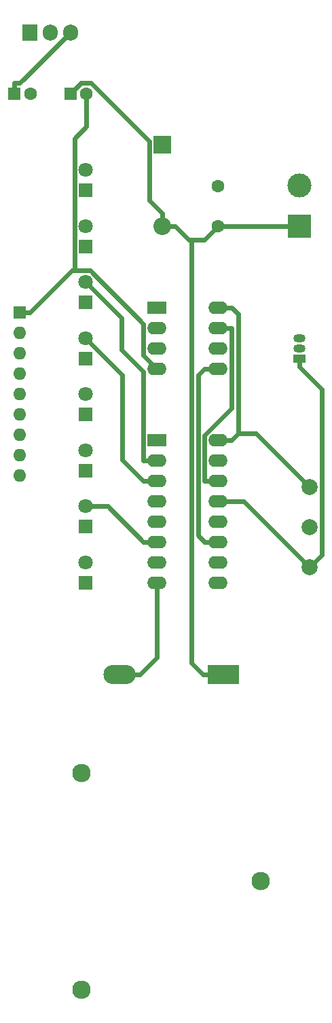
<source format=gbr>
%TF.GenerationSoftware,KiCad,Pcbnew,(5.1.10)-1*%
%TF.CreationDate,2022-06-09T20:54:53-04:00*%
%TF.ProjectId,ATtiny85 Motor Circuit,41547469-6e79-4383-9520-4d6f746f7220,rev?*%
%TF.SameCoordinates,Original*%
%TF.FileFunction,Copper,L1,Top*%
%TF.FilePolarity,Positive*%
%FSLAX46Y46*%
G04 Gerber Fmt 4.6, Leading zero omitted, Abs format (unit mm)*
G04 Created by KiCad (PCBNEW (5.1.10)-1) date 2022-06-09 20:54:53*
%MOMM*%
%LPD*%
G01*
G04 APERTURE LIST*
%TA.AperFunction,WasherPad*%
%ADD10C,2.300000*%
%TD*%
%TA.AperFunction,ComponentPad*%
%ADD11O,4.020000X2.410000*%
%TD*%
%TA.AperFunction,ComponentPad*%
%ADD12R,4.020000X2.410000*%
%TD*%
%TA.AperFunction,ComponentPad*%
%ADD13O,1.905000X2.000000*%
%TD*%
%TA.AperFunction,ComponentPad*%
%ADD14R,1.905000X2.000000*%
%TD*%
%TA.AperFunction,ComponentPad*%
%ADD15O,2.200000X2.200000*%
%TD*%
%TA.AperFunction,ComponentPad*%
%ADD16R,2.200000X2.200000*%
%TD*%
%TA.AperFunction,ComponentPad*%
%ADD17C,3.000000*%
%TD*%
%TA.AperFunction,ComponentPad*%
%ADD18R,3.000000X3.000000*%
%TD*%
%TA.AperFunction,ComponentPad*%
%ADD19C,1.600000*%
%TD*%
%TA.AperFunction,ComponentPad*%
%ADD20R,1.600000X1.600000*%
%TD*%
%TA.AperFunction,ComponentPad*%
%ADD21C,2.000000*%
%TD*%
%TA.AperFunction,ComponentPad*%
%ADD22O,2.400000X1.600000*%
%TD*%
%TA.AperFunction,ComponentPad*%
%ADD23R,2.400000X1.600000*%
%TD*%
%TA.AperFunction,ComponentPad*%
%ADD24O,1.600000X1.600000*%
%TD*%
%TA.AperFunction,ComponentPad*%
%ADD25C,1.800000*%
%TD*%
%TA.AperFunction,ComponentPad*%
%ADD26R,1.800000X1.800000*%
%TD*%
%TA.AperFunction,ComponentPad*%
%ADD27O,1.500000X1.050000*%
%TD*%
%TA.AperFunction,ComponentPad*%
%ADD28R,1.500000X1.050000*%
%TD*%
%TA.AperFunction,Conductor*%
%ADD29C,0.600000*%
%TD*%
G04 APERTURE END LIST*
D10*
%TO.P,BT1,*%
%TO.N,*%
X120810000Y-164990000D03*
X120810000Y-138020000D03*
X143160000Y-151510000D03*
D11*
%TO.P,BT1,2*%
%TO.N,GND*%
X125550000Y-125730000D03*
D12*
%TO.P,BT1,1*%
%TO.N,Net-(BT1-Pad1)*%
X138430000Y-125730000D03*
%TD*%
D13*
%TO.P,U3,3*%
%TO.N,VCC*%
X119380000Y-45720000D03*
%TO.P,U3,2*%
%TO.N,GND*%
X116840000Y-45720000D03*
D14*
%TO.P,U3,1*%
%TO.N,Net-(BT1-Pad1)*%
X114300000Y-45720000D03*
%TD*%
D15*
%TO.P,D1,2*%
%TO.N,Net-(BT1-Pad1)*%
X130810000Y-69850000D03*
D16*
%TO.P,D1,1*%
%TO.N,Net-(C1-Pad2)*%
X130810000Y-59690000D03*
%TD*%
D17*
%TO.P,M1,2*%
%TO.N,Net-(C1-Pad2)*%
X147955000Y-64770000D03*
D18*
%TO.P,M1,1*%
%TO.N,Net-(BT1-Pad1)*%
X147955000Y-69850000D03*
%TD*%
D19*
%TO.P,C3,2*%
%TO.N,GND*%
X114395000Y-53340000D03*
D20*
%TO.P,C3,1*%
%TO.N,VCC*%
X112395000Y-53340000D03*
%TD*%
D19*
%TO.P,C2,2*%
%TO.N,GND*%
X121380000Y-53340000D03*
D20*
%TO.P,C2,1*%
%TO.N,Net-(BT1-Pad1)*%
X119380000Y-53340000D03*
%TD*%
D21*
%TO.P,RV1,3*%
%TO.N,VCC*%
X149225000Y-102395000D03*
%TO.P,RV1,2*%
%TO.N,Net-(RV1-Pad2)*%
X149225000Y-107395000D03*
%TO.P,RV1,1*%
%TO.N,GND*%
X149225000Y-112395000D03*
%TD*%
D22*
%TO.P,U1,8*%
%TO.N,VCC*%
X137795000Y-80010000D03*
%TO.P,U1,4*%
%TO.N,GND*%
X130175000Y-87630000D03*
%TO.P,U1,7*%
%TO.N,Net-(U1-Pad7)*%
X137795000Y-82550000D03*
%TO.P,U1,3*%
%TO.N,Net-(U1-Pad3)*%
X130175000Y-85090000D03*
%TO.P,U1,6*%
%TO.N,Net-(Q1-Pad2)*%
X137795000Y-85090000D03*
%TO.P,U1,2*%
%TO.N,Net-(RV1-Pad2)*%
X130175000Y-82550000D03*
%TO.P,U1,5*%
%TO.N,Net-(U1-Pad5)*%
X137795000Y-87630000D03*
D23*
%TO.P,U1,1*%
%TO.N,Net-(U1-Pad1)*%
X130175000Y-80010000D03*
%TD*%
D22*
%TO.P,U2,16*%
%TO.N,VCC*%
X137795000Y-96520000D03*
%TO.P,U2,8*%
%TO.N,GND*%
X130175000Y-114300000D03*
%TO.P,U2,15*%
%TO.N,Net-(D2-Pad2)*%
X137795000Y-99060000D03*
%TO.P,U2,7*%
%TO.N,Net-(D9-Pad2)*%
X130175000Y-111760000D03*
%TO.P,U2,14*%
%TO.N,Net-(U1-Pad7)*%
X137795000Y-101600000D03*
%TO.P,U2,6*%
%TO.N,Net-(D8-Pad2)*%
X130175000Y-109220000D03*
%TO.P,U2,13*%
%TO.N,GND*%
X137795000Y-104140000D03*
%TO.P,U2,5*%
%TO.N,Net-(D7-Pad2)*%
X130175000Y-106680000D03*
%TO.P,U2,12*%
%TO.N,Net-(U1-Pad3)*%
X137795000Y-106680000D03*
%TO.P,U2,4*%
%TO.N,Net-(D6-Pad2)*%
X130175000Y-104140000D03*
%TO.P,U2,11*%
%TO.N,Net-(U1-Pad5)*%
X137795000Y-109220000D03*
%TO.P,U2,3*%
%TO.N,Net-(D5-Pad2)*%
X130175000Y-101600000D03*
%TO.P,U2,10*%
%TO.N,VCC*%
X137795000Y-111760000D03*
%TO.P,U2,2*%
%TO.N,Net-(D4-Pad2)*%
X130175000Y-99060000D03*
%TO.P,U2,9*%
%TO.N,Net-(U2-Pad9)*%
X137795000Y-114300000D03*
D23*
%TO.P,U2,1*%
%TO.N,Net-(D3-Pad2)*%
X130175000Y-96520000D03*
%TD*%
D24*
%TO.P,RN1,9*%
%TO.N,Net-(D9-Pad1)*%
X113030000Y-100965000D03*
%TO.P,RN1,8*%
%TO.N,Net-(D8-Pad1)*%
X113030000Y-98425000D03*
%TO.P,RN1,7*%
%TO.N,Net-(D7-Pad1)*%
X113030000Y-95885000D03*
%TO.P,RN1,6*%
%TO.N,Net-(D6-Pad1)*%
X113030000Y-93345000D03*
%TO.P,RN1,5*%
%TO.N,Net-(D5-Pad1)*%
X113030000Y-90805000D03*
%TO.P,RN1,4*%
%TO.N,Net-(D4-Pad1)*%
X113030000Y-88265000D03*
%TO.P,RN1,3*%
%TO.N,Net-(D3-Pad1)*%
X113030000Y-85725000D03*
%TO.P,RN1,2*%
%TO.N,Net-(D2-Pad1)*%
X113030000Y-83185000D03*
D20*
%TO.P,RN1,1*%
%TO.N,GND*%
X113030000Y-80645000D03*
%TD*%
D25*
%TO.P,D9,2*%
%TO.N,Net-(D9-Pad2)*%
X121285000Y-111760000D03*
D26*
%TO.P,D9,1*%
%TO.N,Net-(D9-Pad1)*%
X121285000Y-114300000D03*
%TD*%
D25*
%TO.P,D8,2*%
%TO.N,Net-(D8-Pad2)*%
X121285000Y-104775000D03*
D26*
%TO.P,D8,1*%
%TO.N,Net-(D8-Pad1)*%
X121285000Y-107315000D03*
%TD*%
D25*
%TO.P,D7,2*%
%TO.N,Net-(D7-Pad2)*%
X121285000Y-97790000D03*
D26*
%TO.P,D7,1*%
%TO.N,Net-(D7-Pad1)*%
X121285000Y-100330000D03*
%TD*%
D25*
%TO.P,D6,2*%
%TO.N,Net-(D6-Pad2)*%
X121285000Y-90805000D03*
D26*
%TO.P,D6,1*%
%TO.N,Net-(D6-Pad1)*%
X121285000Y-93345000D03*
%TD*%
D25*
%TO.P,D5,2*%
%TO.N,Net-(D5-Pad2)*%
X121285000Y-83820000D03*
D26*
%TO.P,D5,1*%
%TO.N,Net-(D5-Pad1)*%
X121285000Y-86360000D03*
%TD*%
D25*
%TO.P,D4,2*%
%TO.N,Net-(D4-Pad2)*%
X121285000Y-76835000D03*
D26*
%TO.P,D4,1*%
%TO.N,Net-(D4-Pad1)*%
X121285000Y-79375000D03*
%TD*%
D25*
%TO.P,D3,2*%
%TO.N,Net-(D3-Pad2)*%
X121285000Y-69850000D03*
D26*
%TO.P,D3,1*%
%TO.N,Net-(D3-Pad1)*%
X121285000Y-72390000D03*
%TD*%
D25*
%TO.P,D2,2*%
%TO.N,Net-(D2-Pad2)*%
X121285000Y-62865000D03*
D26*
%TO.P,D2,1*%
%TO.N,Net-(D2-Pad1)*%
X121285000Y-65405000D03*
%TD*%
D19*
%TO.P,C1,2*%
%TO.N,Net-(C1-Pad2)*%
X137795000Y-64850000D03*
%TO.P,C1,1*%
%TO.N,Net-(BT1-Pad1)*%
X137795000Y-69850000D03*
%TD*%
D27*
%TO.P,Q1,2*%
%TO.N,Net-(Q1-Pad2)*%
X147955000Y-85090000D03*
%TO.P,Q1,3*%
%TO.N,Net-(C1-Pad2)*%
X147955000Y-83820000D03*
D28*
%TO.P,Q1,1*%
%TO.N,GND*%
X147955000Y-86360000D03*
%TD*%
D29*
%TO.N,GND*%
X147955000Y-86360000D02*
X147955000Y-87385300D01*
X147955000Y-87385300D02*
X150758500Y-90188800D01*
X150758500Y-90188800D02*
X150758500Y-110861500D01*
X150758500Y-110861500D02*
X149225000Y-112395000D01*
X119884600Y-75396900D02*
X119884600Y-58922200D01*
X119884600Y-58922200D02*
X121380000Y-57426800D01*
X121380000Y-57426800D02*
X121380000Y-53340000D01*
X119884600Y-75396900D02*
X119578400Y-75396900D01*
X119578400Y-75396900D02*
X114330300Y-80645000D01*
X130175000Y-87630000D02*
X128474600Y-85929600D01*
X128474600Y-85929600D02*
X128474600Y-82033600D01*
X128474600Y-82033600D02*
X121837900Y-75396900D01*
X121837900Y-75396900D02*
X119884600Y-75396900D01*
X113030000Y-80645000D02*
X114330300Y-80645000D01*
X128060300Y-125730000D02*
X130175000Y-123615300D01*
X130175000Y-123615300D02*
X130175000Y-114300000D01*
X149225000Y-112395000D02*
X140970000Y-104140000D01*
X140970000Y-104140000D02*
X137795000Y-104140000D01*
X125550000Y-125730000D02*
X128060300Y-125730000D01*
%TO.N,Net-(U1-Pad5)*%
X137795000Y-87630000D02*
X136094700Y-87630000D01*
X137795000Y-109220000D02*
X136094700Y-109220000D01*
X136094700Y-109220000D02*
X135294400Y-108419700D01*
X135294400Y-108419700D02*
X135294400Y-88430300D01*
X135294400Y-88430300D02*
X136094700Y-87630000D01*
%TO.N,Net-(U1-Pad7)*%
X136094700Y-101600000D02*
X136094700Y-95920000D01*
X136094700Y-95920000D02*
X139495300Y-92519400D01*
X139495300Y-92519400D02*
X139495300Y-82550000D01*
X137795000Y-82550000D02*
X139495300Y-82550000D01*
X137795000Y-101600000D02*
X136094700Y-101600000D01*
%TO.N,VCC*%
X140295700Y-95719600D02*
X140295700Y-80810400D01*
X140295700Y-80810400D02*
X139495300Y-80010000D01*
X140295700Y-95719600D02*
X139495300Y-96520000D01*
X149225000Y-102395000D02*
X142549600Y-95719600D01*
X142549600Y-95719600D02*
X140295700Y-95719600D01*
X137795000Y-96520000D02*
X139495300Y-96520000D01*
X137795000Y-80010000D02*
X139495300Y-80010000D01*
X112395000Y-53340000D02*
X112395000Y-52039700D01*
X112395000Y-52039700D02*
X113060300Y-52039700D01*
X113060300Y-52039700D02*
X119380000Y-45720000D01*
%TO.N,Net-(BT1-Pad1)*%
X134494100Y-71553100D02*
X134494100Y-124304400D01*
X134494100Y-124304400D02*
X135919700Y-125730000D01*
X134494100Y-71553100D02*
X136091900Y-71553100D01*
X136091900Y-71553100D02*
X137795000Y-69850000D01*
X132410300Y-69850000D02*
X134113400Y-71553100D01*
X134113400Y-71553100D02*
X134494100Y-71553100D01*
X137795000Y-69850000D02*
X145954700Y-69850000D01*
X147955000Y-69850000D02*
X145954700Y-69850000D01*
X130810000Y-69850000D02*
X132410300Y-69850000D01*
X138430000Y-125730000D02*
X135919700Y-125730000D01*
X130810000Y-69850000D02*
X130810000Y-68249700D01*
X130810000Y-68249700D02*
X129209700Y-66649400D01*
X129209700Y-66649400D02*
X129209700Y-59290700D01*
X129209700Y-59290700D02*
X121935500Y-52016500D01*
X121935500Y-52016500D02*
X120703500Y-52016500D01*
X120703500Y-52016500D02*
X119380000Y-53340000D01*
%TO.N,Net-(D4-Pad2)*%
X121285000Y-76835000D02*
X125742200Y-81292200D01*
X125742200Y-81292200D02*
X125742200Y-85234300D01*
X125742200Y-85234300D02*
X128474700Y-87966800D01*
X128474700Y-87966800D02*
X128474700Y-99060000D01*
X130175000Y-99060000D02*
X128474700Y-99060000D01*
%TO.N,Net-(D5-Pad2)*%
X130175000Y-101600000D02*
X128474700Y-101600000D01*
X121285000Y-83820000D02*
X125843600Y-88378600D01*
X125843600Y-88378600D02*
X125843600Y-98968900D01*
X125843600Y-98968900D02*
X128474700Y-101600000D01*
%TO.N,Net-(D8-Pad2)*%
X130175000Y-109220000D02*
X128474700Y-109220000D01*
X121285000Y-104775000D02*
X124029700Y-104775000D01*
X124029700Y-104775000D02*
X128474700Y-109220000D01*
%TD*%
M02*

</source>
